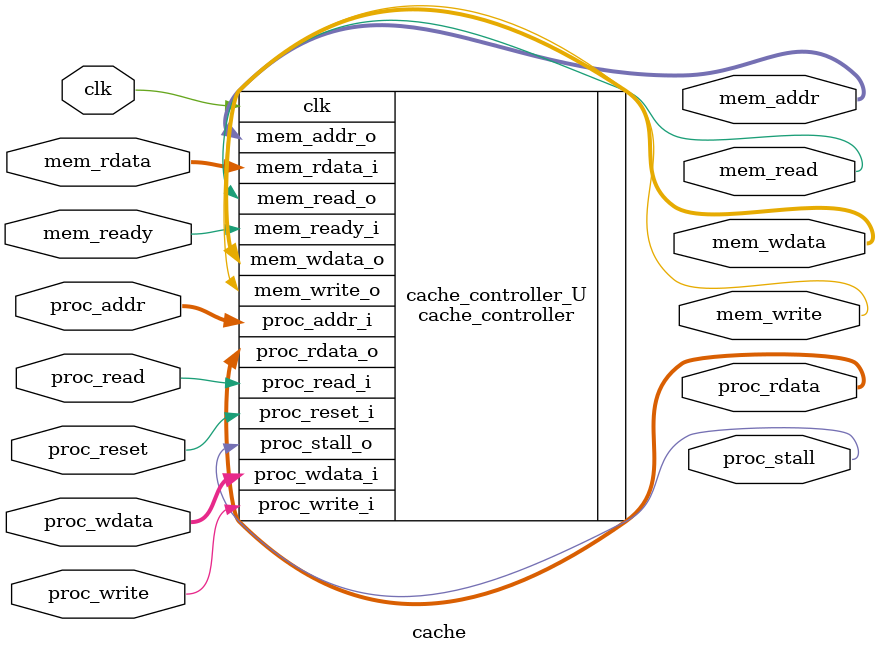
<source format=v>
`include "cache_controller.v"

module cache(
    input          clk,

    // processor interface
    input          proc_reset,
    input          proc_read, proc_write,
    input   [29:0] proc_addr,
    output  [31:0] proc_rdata,
    input   [31:0] proc_wdata,
    output         proc_stall,

    // memory interface
    output         mem_read, mem_write,
    output  [27:0] mem_addr,
    input  [127:0] mem_rdata,
    output [127:0] mem_wdata,
    input          mem_ready
);

cache_controller cache_controller_U(
    .clk(clk),
    .proc_reset_i(proc_reset),
    .proc_read_i(proc_read),
    .proc_write_i(proc_write),
    .proc_addr_i(proc_addr),
    .proc_rdata_o(proc_rdata),
    .proc_wdata_i(proc_wdata),
    .proc_stall_o(proc_stall),
    .mem_read_o(mem_read),
    .mem_write_o(mem_write),
    .mem_addr_o(mem_addr),
    .mem_rdata_i(mem_rdata),
    .mem_wdata_o(mem_wdata),
    .mem_ready_i(mem_ready)
);

endmodule
</source>
